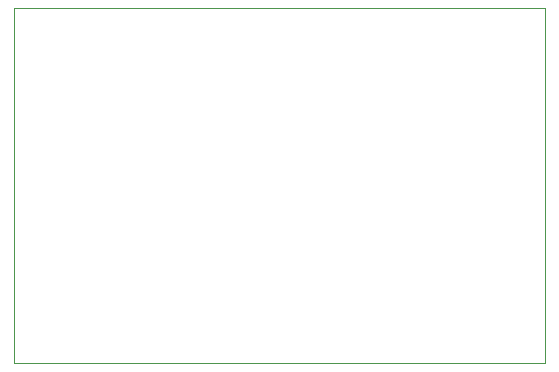
<source format=gbr>
%TF.GenerationSoftware,KiCad,Pcbnew,9.0.5*%
%TF.CreationDate,2025-11-11T23:36:27-05:00*%
%TF.ProjectId,F25,4632352e-6b69-4636-9164-5f7063625858,v1.0.1*%
%TF.SameCoordinates,Original*%
%TF.FileFunction,Profile,NP*%
%FSLAX46Y46*%
G04 Gerber Fmt 4.6, Leading zero omitted, Abs format (unit mm)*
G04 Created by KiCad (PCBNEW 9.0.5) date 2025-11-11 23:36:27*
%MOMM*%
%LPD*%
G01*
G04 APERTURE LIST*
%TA.AperFunction,Profile*%
%ADD10C,0.050000*%
%TD*%
G04 APERTURE END LIST*
D10*
X135705000Y-85320000D02*
X180705000Y-85320000D01*
X180705000Y-115320000D01*
X135705000Y-115320000D01*
X135705000Y-85320000D01*
M02*

</source>
